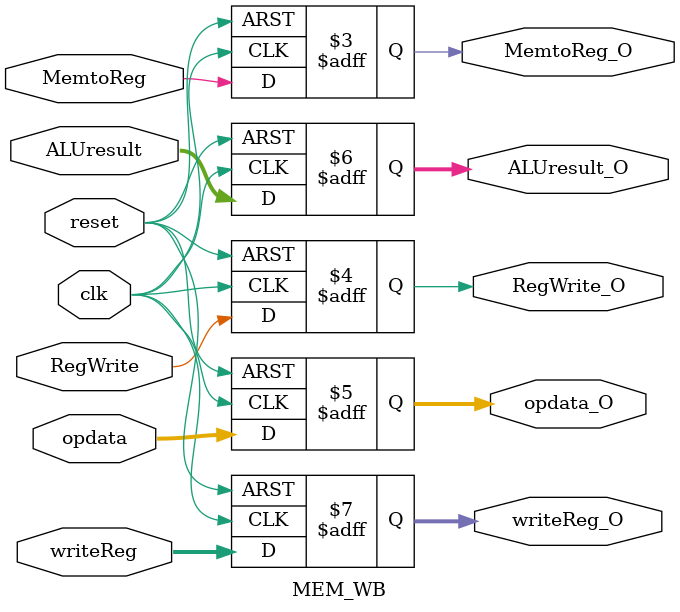
<source format=v>
`timescale 1ns / 1ps
module MEM_WB(
input reset,
input clk,
input MemtoReg,
input RegWrite,
input [31:0]opdata,
input [31:0]ALUresult,
input [4:0]writeReg,
output reg MemtoReg_O,
output reg RegWrite_O,
output reg [31:0]opdata_O,
output reg[31:0]ALUresult_O,
output reg [4:0]writeReg_O
    );
    
    
    always@(posedge clk or negedge reset) begin
        
        if(reset == 0)begin
            MemtoReg_O <= 0 ;    
            RegWrite_O <= 0 ;   
            opdata_O <= 0;               
            ALUresult_O <= 0;
            writeReg_O <= 0 ; end 
    
        else begin
            MemtoReg_O <= MemtoReg ;    
            RegWrite_O <= RegWrite ;    
            opdata_O <= opdata;        
            ALUresult_O <= ALUresult;
            writeReg_O <= writeReg ; end
     end
     
endmodule
</source>
